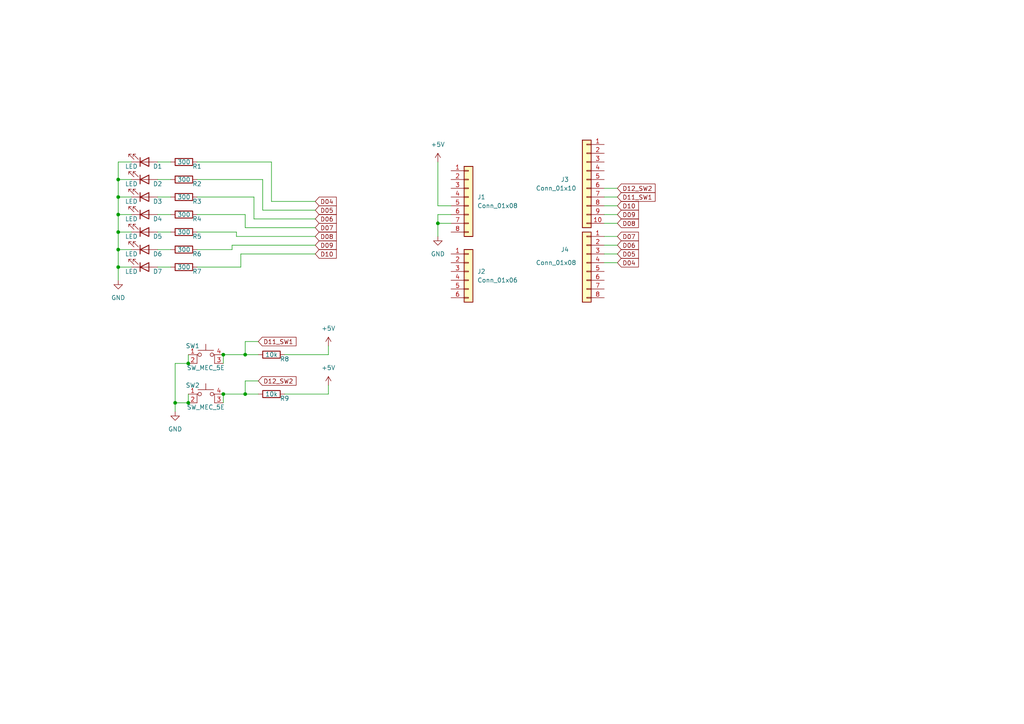
<source format=kicad_sch>
(kicad_sch (version 20211123) (generator eeschema)
  (paper "A4")
  (title_block (title "LED Dice Arduino Shild") (date "2022-08-31") (rev "v01.00.00") (company "WooSong IT"))
  (lib_symbols
    (symbol "Connector_Generic:Conn_01x06" (pin_names (offset 1.016) hide)
      (property "Reference" "J" (at 0 7.62 0))
      (property "Value" "Conn_01x06" (at 0 -10.16 0))
      (symbol "Conn_01x06_1_1"
        (rectangle (start -1.27 -7.493) (end 0 -7.747) (stroke (width 0.1524)))
        (rectangle (start -1.27 -4.953) (end 0 -5.207) (stroke (width 0.1524)))
        (rectangle (start -1.27 -2.413) (end 0 -2.667) (stroke (width 0.1524)))
        (rectangle (start -1.27 0.127) (end 0 -0.127) (stroke (width 0.1524)))
        (rectangle (start -1.27 2.667) (end 0 2.413) (stroke (width 0.1524)))
        (rectangle (start -1.27 5.207) (end 0 4.953) (stroke (width 0.1524)))
        (rectangle (start -1.27 6.35) (end 1.27 -8.89) (stroke (width 0.254)) (fill (type background)))
        (pin passive line (at -5.08 5.08 0) (length 3.81) (name "Pin_1") (number "1"))
        (pin passive line (at -5.08 2.54 0) (length 3.81) (name "Pin_2") (number "2"))
        (pin passive line (at -5.08 0 0) (length 3.81) (name "Pin_3") (number "3"))
        (pin passive line (at -5.08 -2.54 0) (length 3.81) (name "Pin_4") (number "4"))
        (pin passive line (at -5.08 -5.08 0) (length 3.81) (name "Pin_5") (number "5"))
        (pin passive line (at -5.08 -7.62 0) (length 3.81) (name "Pin_6") (number "6"))
      )
    )
    (symbol "Connector_Generic:Conn_01x08" (pin_names (offset 1.016) hide)
      (property "Reference" "J" (at 0 10.16 0))
      (property "Value" "Conn_01x08" (at 0 -12.7 0))
      (symbol "Conn_01x08_1_1"
        (rectangle (start -1.27 -10.033) (end 0 -10.287) (stroke (width 0.1524)))
        (rectangle (start -1.27 -7.493) (end 0 -7.747) (stroke (width 0.1524)))
        (rectangle (start -1.27 -4.953) (end 0 -5.207) (stroke (width 0.1524)))
        (rectangle (start -1.27 -2.413) (end 0 -2.667) (stroke (width 0.1524)))
        (rectangle (start -1.27 0.127) (end 0 -0.127) (stroke (width 0.1524)))
        (rectangle (start -1.27 2.667) (end 0 2.413) (stroke (width 0.1524)))
        (rectangle (start -1.27 5.207) (end 0 4.953) (stroke (width 0.1524)))
        (rectangle (start -1.27 7.747) (end 0 7.493) (stroke (width 0.1524)))
        (rectangle (start -1.27 8.89) (end 1.27 -11.43) (stroke (width 0.254)) (fill (type background)))
        (pin passive line (at -5.08 7.62 0) (length 3.81) (name "Pin_1") (number "1"))
        (pin passive line (at -5.08 5.08 0) (length 3.81) (name "Pin_2") (number "2"))
        (pin passive line (at -5.08 2.54 0) (length 3.81) (name "Pin_3") (number "3"))
        (pin passive line (at -5.08 0 0) (length 3.81) (name "Pin_4") (number "4"))
        (pin passive line (at -5.08 -2.54 0) (length 3.81) (name "Pin_5") (number "5"))
        (pin passive line (at -5.08 -5.08 0) (length 3.81) (name "Pin_6") (number "6"))
        (pin passive line (at -5.08 -7.62 0) (length 3.81) (name "Pin_7") (number "7"))
        (pin passive line (at -5.08 -10.16 0) (length 3.81) (name "Pin_8") (number "8"))
      )
    )
    (symbol "Connector_Generic:Conn_01x10" (pin_names (offset 1.016) hide)
      (property "Reference" "J" (at 0 12.7 0))
      (property "Value" "Conn_01x10" (at 0 -15.24 0))
      (symbol "Conn_01x10_1_1"
        (rectangle (start -1.27 -12.573) (end 0 -12.827) (stroke (width 0.1524)))
        (rectangle (start -1.27 -10.033) (end 0 -10.287) (stroke (width 0.1524)))
        (rectangle (start -1.27 -7.493) (end 0 -7.747) (stroke (width 0.1524)))
        (rectangle (start -1.27 -4.953) (end 0 -5.207) (stroke (width 0.1524)))
        (rectangle (start -1.27 -2.413) (end 0 -2.667) (stroke (width 0.1524)))
        (rectangle (start -1.27 0.127) (end 0 -0.127) (stroke (width 0.1524)))
        (rectangle (start -1.27 2.667) (end 0 2.413) (stroke (width 0.1524)))
        (rectangle (start -1.27 5.207) (end 0 4.953) (stroke (width 0.1524)))
        (rectangle (start -1.27 7.747) (end 0 7.493) (stroke (width 0.1524)))
        (rectangle (start -1.27 10.287) (end 0 10.033) (stroke (width 0.1524)))
        (rectangle (start -1.27 11.43) (end 1.27 -13.97) (stroke (width 0.254)) (fill (type background)))
        (pin passive line (at -5.08 10.16 0) (length 3.81) (name "Pin_1") (number "1"))
        (pin passive line (at -5.08 -12.7 0) (length 3.81) (name "Pin_10") (number "10"))
        (pin passive line (at -5.08 7.62 0) (length 3.81) (name "Pin_2") (number "2"))
        (pin passive line (at -5.08 5.08 0) (length 3.81) (name "Pin_3") (number "3"))
        (pin passive line (at -5.08 2.54 0) (length 3.81) (name "Pin_4") (number "4"))
        (pin passive line (at -5.08 0 0) (length 3.81) (name "Pin_5") (number "5"))
        (pin passive line (at -5.08 -2.54 0) (length 3.81) (name "Pin_6") (number "6"))
        (pin passive line (at -5.08 -5.08 0) (length 3.81) (name "Pin_7") (number "7"))
        (pin passive line (at -5.08 -7.62 0) (length 3.81) (name "Pin_8") (number "8"))
        (pin passive line (at -5.08 -10.16 0) (length 3.81) (name "Pin_9") (number "9"))
      )
    )
    (symbol "Device:LED" (pin_numbers hide) (pin_names (offset 1.016) hide)
      (property "Reference" "D" (at 0 2.54 0))
      (property "Value" "LED" (at 0 -2.54 0))
      (symbol "LED_0_1"
        (polyline (pts (xy -1.27 -1.27) (xy -1.27 1.27)) (stroke (width 0.254)))
        (polyline (pts (xy -1.27 0) (xy 1.27 0)))
        (polyline (pts (xy 1.27 -1.27) (xy 1.27 1.27) (xy -1.27 0) (xy 1.27 -1.27)) (stroke (width 0.254)))
        (polyline (pts (xy -3.048 -0.762) (xy -4.572 -2.286) (xy -3.81 -2.286) (xy -4.572 -2.286) (xy -4.572 -1.524)))
        (polyline (pts (xy -1.778 -0.762) (xy -3.302 -2.286) (xy -2.54 -2.286) (xy -3.302 -2.286) (xy -3.302 -1.524)))
      )
      (symbol "LED_1_1"
        (pin passive line (at -3.81 0 0) (length 2.54) (name "K") (number "1"))
        (pin passive line (at 3.81 0 180) (length 2.54) (name "A") (number "2"))
      )
    )
    (symbol "Device:R" (pin_numbers hide) (pin_names (offset 0))
      (property "Reference" "R" (at 2.032 0 90))
      (property "Value" "R" (at 0 0 90))
      (symbol "R_0_1"
        (rectangle (start -1.016 -2.54) (end 1.016 2.54) (stroke (width 0.254)))
      )
      (symbol "R_1_1"
        (pin passive line (at 0 3.81 270) (length 1.27) (name "~") (number "1"))
        (pin passive line (at 0 -3.81 90) (length 1.27) (name "~") (number "2"))
      )
    )
    (symbol "Switch:SW_MEC_5E" (pin_names (offset 1.016) hide)
      (property "Reference" "SW" (at 0.635 5.715 0))
      (property "Value" "SW_MEC_5E" (at 0 -3.175 0))
      (symbol "SW_MEC_5E_0_1"
        (circle (center -1.778 2.54) (radius 0.508))
        (polyline (pts (xy -2.286 3.81) (xy 2.286 3.81)))
        (polyline (pts (xy 0 3.81) (xy 0 5.588)))
        (polyline (pts (xy -2.54 0) (xy -2.54 2.54) (xy -2.286 2.54)))
        (polyline (pts (xy 2.54 0) (xy 2.54 2.54) (xy 2.286 2.54)))
        (circle (center 1.778 2.54) (radius 0.508))
        (pin passive line (at -5.08 2.54 0) (length 2.54) (name "1") (number "1"))
        (pin passive line (at -5.08 0 0) (length 2.54) (name "2") (number "2"))
        (pin passive line (at 5.08 0 180) (length 2.54) (name "K") (number "3"))
        (pin passive line (at 5.08 2.54 180) (length 2.54) (name "A") (number "4"))
      )
    )
    (symbol "power:+5V" (power) (pin_names (offset 0))
      (property "Value" "+5V" (at 0 3.556 0))
      (symbol "+5V_0_1"
        (polyline (pts (xy -0.762 1.27) (xy 0 2.54)))
        (polyline (pts (xy 0 0) (xy 0 2.54)))
        (polyline (pts (xy 0 2.54) (xy 0.762 1.27)))
      )
      (symbol "+5V_1_1"
        (pin power_in line (at 0 0 90) (length 0) hide (name "+5V") (number "1"))
      )
    )
    (symbol "power:GND" (power) (pin_names (offset 0))
      (property "Value" "GND" (at 0 -3.81 0))
      (symbol "GND_0_1"
        (polyline (pts (xy 0 0) (xy 0 -1.27) (xy 1.27 -1.27) (xy 0 -2.54) (xy -1.27 -1.27) (xy 0 -1.27)))
      )
      (symbol "GND_1_1"
        (pin power_in line (at 0 0 270) (length 0) hide (name "GND") (number "1"))
      )
    )
  )
  (junction (at 34.29 77.47))
  (junction (at 34.29 57.15))
  (junction (at 50.8 116.84))
  (junction (at 34.29 52.07))
  (junction (at 54.61 116.84))
  (junction (at 71.12 114.3))
  (junction (at 64.77 114.3))
  (junction (at 34.29 62.23))
  (junction (at 127 64.77))
  (junction (at 71.12 102.87))
  (junction (at 54.61 105.41))
  (junction (at 34.29 72.39))
  (junction (at 34.29 67.31))
  (junction (at 64.77 102.87))
  (wire (pts (xy 45.72 46.99) (xy 49.53 46.99)))
  (wire (pts (xy 54.61 105.41) (xy 50.8 105.41)))
  (wire (pts (xy 45.72 52.07) (xy 49.53 52.07)))
  (wire (pts (xy 175.26 59.69) (xy 179.07 59.69)))
  (wire (pts (xy 130.81 64.77) (xy 127 64.77)))
  (wire (pts (xy 82.55 102.87) (xy 95.25 102.87)))
  (wire (pts (xy 67.31 72.39) (xy 57.15 72.39)))
  (wire (pts (xy 50.8 105.41) (xy 50.8 116.84)))
  (wire (pts (xy 57.15 77.47) (xy 69.85 77.47)))
  (wire (pts (xy 71.12 102.87) (xy 74.93 102.87)))
  (wire (pts (xy 38.1 52.07) (xy 34.29 52.07)))
  (wire (pts (xy 76.2 60.96) (xy 91.44 60.96)))
  (wire (pts (xy 78.74 58.42) (xy 91.44 58.42)))
  (wire (pts (xy 64.77 102.87) (xy 71.12 102.87)))
  (wire (pts (xy 34.29 72.39) (xy 34.29 77.47)))
  (wire (pts (xy 73.66 63.5) (xy 73.66 57.15)))
  (wire (pts (xy 57.15 67.31) (xy 68.58 67.31)))
  (wire (pts (xy 34.29 62.23) (xy 34.29 67.31)))
  (wire (pts (xy 57.15 62.23) (xy 71.12 62.23)))
  (wire (pts (xy 73.66 57.15) (xy 57.15 57.15)))
  (wire (pts (xy 45.72 67.31) (xy 49.53 67.31)))
  (wire (pts (xy 67.31 71.12) (xy 67.31 72.39)))
  (wire (pts (xy 67.31 71.12) (xy 91.44 71.12)))
  (wire (pts (xy 54.61 102.87) (xy 54.61 105.41)))
  (wire (pts (xy 127 64.77) (xy 127 62.23)))
  (wire (pts (xy 76.2 52.07) (xy 57.15 52.07)))
  (wire (pts (xy 175.26 62.23) (xy 179.07 62.23)))
  (wire (pts (xy 34.29 77.47) (xy 34.29 81.28)))
  (wire (pts (xy 74.93 110.49) (xy 71.12 110.49)))
  (wire (pts (xy 69.85 77.47) (xy 69.85 73.66)))
  (wire (pts (xy 45.72 77.47) (xy 49.53 77.47)))
  (wire (pts (xy 78.74 46.99) (xy 57.15 46.99)))
  (wire (pts (xy 34.29 57.15) (xy 34.29 62.23)))
  (wire (pts (xy 64.77 114.3) (xy 71.12 114.3)))
  (wire (pts (xy 175.26 71.12) (xy 179.07 71.12)))
  (wire (pts (xy 175.26 76.2) (xy 179.07 76.2)))
  (wire (pts (xy 64.77 102.87) (xy 64.77 105.41)))
  (wire (pts (xy 175.26 64.77) (xy 179.07 64.77)))
  (wire (pts (xy 127 62.23) (xy 130.81 62.23)))
  (wire (pts (xy 130.81 59.69) (xy 127 59.69)))
  (wire (pts (xy 71.12 114.3) (xy 74.93 114.3)))
  (wire (pts (xy 54.61 114.3) (xy 54.61 116.84)))
  (wire (pts (xy 34.29 52.07) (xy 34.29 57.15)))
  (wire (pts (xy 76.2 60.96) (xy 76.2 52.07)))
  (wire (pts (xy 78.74 58.42) (xy 78.74 46.99)))
  (wire (pts (xy 50.8 116.84) (xy 50.8 119.38)))
  (wire (pts (xy 95.25 111.76) (xy 95.25 114.3)))
  (wire (pts (xy 71.12 66.04) (xy 91.44 66.04)))
  (wire (pts (xy 38.1 72.39) (xy 34.29 72.39)))
  (wire (pts (xy 71.12 110.49) (xy 71.12 114.3)))
  (wire (pts (xy 38.1 77.47) (xy 34.29 77.47)))
  (wire (pts (xy 175.26 68.58) (xy 179.07 68.58)))
  (wire (pts (xy 127 64.77) (xy 127 68.58)))
  (wire (pts (xy 127 59.69) (xy 127 46.99)))
  (wire (pts (xy 71.12 66.04) (xy 71.12 62.23)))
  (wire (pts (xy 69.85 73.66) (xy 91.44 73.66)))
  (wire (pts (xy 73.66 63.5) (xy 91.44 63.5)))
  (wire (pts (xy 175.26 73.66) (xy 179.07 73.66)))
  (wire (pts (xy 34.29 46.99) (xy 34.29 52.07)))
  (wire (pts (xy 68.58 67.31) (xy 68.58 68.58)))
  (wire (pts (xy 38.1 57.15) (xy 34.29 57.15)))
  (wire (pts (xy 74.93 99.06) (xy 71.12 99.06)))
  (wire (pts (xy 34.29 67.31) (xy 34.29 72.39)))
  (wire (pts (xy 64.77 114.3) (xy 64.77 116.84)))
  (wire (pts (xy 54.61 116.84) (xy 50.8 116.84)))
  (wire (pts (xy 175.26 57.15) (xy 179.07 57.15)))
  (wire (pts (xy 38.1 67.31) (xy 34.29 67.31)))
  (wire (pts (xy 38.1 62.23) (xy 34.29 62.23)))
  (wire (pts (xy 68.58 68.58) (xy 91.44 68.58)))
  (wire (pts (xy 82.55 114.3) (xy 95.25 114.3)))
  (wire (pts (xy 45.72 57.15) (xy 49.53 57.15)))
  (wire (pts (xy 175.26 54.61) (xy 179.07 54.61)))
  (wire (pts (xy 95.25 102.87) (xy 95.25 100.33)))
  (wire (pts (xy 45.72 62.23) (xy 49.53 62.23)))
  (wire (pts (xy 45.72 72.39) (xy 49.53 72.39)))
  (wire (pts (xy 71.12 99.06) (xy 71.12 102.87)))
  (wire (pts (xy 38.1 46.99) (xy 34.29 46.99)))
  (global_label "D04" (shape input) (at 91.44 58.42 0) (property "Intersheet References" "${INTERSHEET_REFS}" (effects hide)))
  (global_label "D07" (shape input) (at 179.07 68.58 0) (property "Intersheet References" "${INTERSHEET_REFS}" (effects hide)))
  (global_label "D09" (shape input) (at 91.44 71.12 0) (property "Intersheet References" "${INTERSHEET_REFS}" (effects hide)))
  (global_label "D05" (shape input) (at 91.44 60.96 0) (property "Intersheet References" "${INTERSHEET_REFS}" (effects hide)))
  (global_label "D11_SW1" (shape input) (at 179.07 57.15 0) (property "Intersheet References" "${INTERSHEET_REFS}" (effects hide)))
  (global_label "D12_SW2" (shape input) (at 74.93 110.49 0) (property "Intersheet References" "${INTERSHEET_REFS}" (effects hide)))
  (global_label "D06" (shape input) (at 179.07 71.12 0) (property "Intersheet References" "${INTERSHEET_REFS}" (effects hide)))
  (global_label "D05" (shape input) (at 179.07 73.66 0) (property "Intersheet References" "${INTERSHEET_REFS}" (effects hide)))
  (global_label "D10" (shape input) (at 91.44 73.66 0) (property "Intersheet References" "${INTERSHEET_REFS}" (effects hide)))
  (global_label "D08" (shape input) (at 91.44 68.58 0) (property "Intersheet References" "${INTERSHEET_REFS}" (effects hide)))
  (global_label "D07" (shape input) (at 91.44 66.04 0) (property "Intersheet References" "${INTERSHEET_REFS}" (effects hide)))
  (global_label "D04" (shape input) (at 179.07 76.2 0) (property "Intersheet References" "${INTERSHEET_REFS}" (effects hide)))
  (global_label "D10" (shape input) (at 179.07 59.69 0) (property "Intersheet References" "${INTERSHEET_REFS}" (effects hide)))
  (global_label "D06" (shape input) (at 91.44 63.5 0) (property "Intersheet References" "${INTERSHEET_REFS}" (effects hide)))
  (global_label "D09" (shape input) (at 179.07 62.23 0) (property "Intersheet References" "${INTERSHEET_REFS}" (effects hide)))
  (global_label "D12_SW2" (shape input) (at 179.07 54.61 0) (property "Intersheet References" "${INTERSHEET_REFS}" (effects hide)))
  (global_label "D08" (shape input) (at 179.07 64.77 0) (property "Intersheet References" "${INTERSHEET_REFS}" (effects hide)))
  (global_label "D11_SW1" (shape input) (at 74.93 99.06 0) (property "Intersheet References" "${INTERSHEET_REFS}" (effects hide)))
  (symbol (lib_id "Device:LED") (at 41.91 57.15 0) (mirror x) (unit 1)
    (property "Reference" "D3" (at 45.72 58.42 0))
    (property "Value" "LED" (at 38.1 58.42 0))
    (property "Footprint" "LED_THT:LED_D5.0mm" (effects hide))
  )
  (symbol (lib_id "Device:R") (at 53.34 46.99 90) (unit 1)
    (property "Reference" "R1" (at 57.15 48.26 90))
    (property "Value" "300" (at 53.34 46.99 90))
    (property "Footprint" "Resistor_THT:R_Axial_DIN0207_L6.3mm_D2.5mm_P7.62mm_Horizontal" (effects hide))
  )
  (symbol (lib_id "power:+5V") (at 127 46.99 0) (unit 1)
    (property "Reference" "#PWR0104" (effects hide))
    (property "Value" "+5V" (at 127 41.91 0))
  )
  (symbol (lib_id "Device:R") (at 53.34 77.47 90) (unit 1)
    (property "Reference" "R7" (at 57.15 78.74 90))
    (property "Value" "300" (at 53.34 77.47 90))
    (property "Footprint" "Resistor_THT:R_Axial_DIN0207_L6.3mm_D2.5mm_P7.62mm_Horizontal" (effects hide))
  )
  (symbol (lib_id "Device:LED") (at 41.91 77.47 0) (mirror x) (unit 1)
    (property "Reference" "D7" (at 45.72 78.74 0))
    (property "Value" "LED" (at 38.1 78.74 0))
    (property "Footprint" "LED_THT:LED_D5.0mm" (effects hide))
  )
  (symbol (lib_id "Device:LED") (at 41.91 67.31 0) (mirror x) (unit 1)
    (property "Reference" "D5" (at 45.72 68.58 0))
    (property "Value" "LED" (at 38.1 68.58 0))
    (property "Footprint" "LED_THT:LED_D5.0mm" (effects hide))
  )
  (symbol (lib_id "Device:LED") (at 41.91 62.23 0) (mirror x) (unit 1)
    (property "Reference" "D4" (at 45.72 63.5 0))
    (property "Value" "LED" (at 38.1 63.5 0))
    (property "Footprint" "LED_THT:LED_D5.0mm" (effects hide))
  )
  (symbol (lib_id "Device:LED") (at 41.91 52.07 0) (mirror x) (unit 1)
    (property "Reference" "D2" (at 45.72 53.34 0))
    (property "Value" "LED" (at 38.1 53.34 0))
    (property "Footprint" "LED_THT:LED_D5.0mm" (effects hide))
  )
  (symbol (lib_id "Device:LED") (at 41.91 72.39 0) (mirror x) (unit 1)
    (property "Reference" "D6" (at 45.72 73.66 0))
    (property "Value" "LED" (at 38.1 73.66 0))
    (property "Footprint" "LED_THT:LED_D5.0mm" (effects hide))
  )
  (symbol (lib_id "power:GND") (at 34.29 81.28 0) (unit 1)
    (property "Reference" "#PWR01" (effects hide))
    (property "Value" "GND" (at 34.29 86.36 0))
  )
  (symbol (lib_id "power:GND") (at 127 68.58 0) (unit 1)
    (property "Reference" "#PWR0101" (effects hide))
    (property "Value" "GND" (at 127 73.66 0))
  )
  (symbol (lib_id "Connector_Generic:Conn_01x10") (at 170.18 52.07 0) (mirror y) (unit 1)
    (property "Reference" "J3" (at 163.83 52.07 0))
    (property "Value" "Conn_01x10" (at 161.29 54.61 0))
    (property "Footprint" "Connector_PinHeader_2.54mm:PinHeader_1x10_P2.54mm_Vertical" (effects hide))
  )
  (symbol (lib_id "Device:R") (at 78.74 102.87 90) (unit 1)
    (property "Reference" "R8" (at 82.55 104.14 90))
    (property "Value" "10k" (at 78.74 102.87 90))
    (property "Footprint" "Resistor_THT:R_Axial_DIN0207_L6.3mm_D2.5mm_P7.62mm_Horizontal" (effects hide))
  )
  (symbol (lib_id "Switch:SW_MEC_5E") (at 59.69 105.41 0) (unit 1)
    (property "Reference" "SW1" (at 55.88 100.33 0))
    (property "Value" "SW_MEC_5E" (at 59.69 106.68 0))
    (property "Footprint" "1_lsk:Tact_Switch_ITS-1105" (effects hide))
    (property "Datasheet" "http://www.apem.com/int/index.php?controller=attachment&id_attachment=1371" (effects hide))
  )
  (symbol (lib_id "Connector_Generic:Conn_01x06") (at 135.89 78.74 0) (unit 1)
    (property "Reference" "J2" (at 138.43 78.7399 0) (effects (justify left)))
    (property "Value" "Conn_01x06" (at 138.43 81.2799 0) (effects (justify left)))
    (property "Footprint" "Connector_PinHeader_2.54mm:PinHeader_1x06_P2.54mm_Vertical" (effects hide))
  )
  (symbol (lib_id "power:+5V") (at 95.25 111.76 0) (unit 1)
    (property "Reference" "#PWR04" (effects hide))
    (property "Value" "+5V" (at 95.25 106.68 0))
  )
  (symbol (lib_id "Connector_Generic:Conn_01x08") (at 170.18 76.2 0) (mirror y) (unit 1)
    (property "Reference" "J4" (at 163.83 72.39 0))
    (property "Value" "Conn_01x08" (at 161.29 76.2 0))
    (property "Footprint" "Connector_PinHeader_2.54mm:PinHeader_1x08_P2.54mm_Vertical" (effects hide))
  )
  (symbol (lib_id "Device:R") (at 53.34 62.23 90) (unit 1)
    (property "Reference" "R4" (at 57.15 63.5 90))
    (property "Value" "300" (at 53.34 62.23 90))
    (property "Footprint" "Resistor_THT:R_Axial_DIN0207_L6.3mm_D2.5mm_P7.62mm_Horizontal" (effects hide))
  )
  (symbol (lib_id "Device:R") (at 53.34 72.39 90) (unit 1)
    (property "Reference" "R6" (at 57.15 73.66 90))
    (property "Value" "300" (at 53.34 72.39 90))
    (property "Footprint" "Resistor_THT:R_Axial_DIN0207_L6.3mm_D2.5mm_P7.62mm_Horizontal" (effects hide))
  )
  (symbol (lib_id "power:GND") (at 50.8 119.38 0) (unit 1)
    (property "Reference" "#PWR02" (effects hide))
    (property "Value" "GND" (at 50.8 124.46 0))
  )
  (symbol (lib_id "Switch:SW_MEC_5E") (at 59.69 116.84 0) (unit 1)
    (property "Reference" "SW2" (at 55.88 111.76 0))
    (property "Value" "SW_MEC_5E" (at 59.69 118.11 0))
    (property "Footprint" "1_lsk:Tact_Switch_ITS-1105" (effects hide))
    (property "Datasheet" "http://www.apem.com/int/index.php?controller=attachment&id_attachment=1371" (effects hide))
  )
  (symbol (lib_id "Connector_Generic:Conn_01x08") (at 135.89 57.15 0) (unit 1)
    (property "Reference" "J1" (at 138.43 57.1499 0) (effects (justify left)))
    (property "Value" "Conn_01x08" (at 138.43 59.6899 0) (effects (justify left)))
    (property "Footprint" "Connector_PinHeader_2.54mm:PinHeader_1x08_P2.54mm_Vertical" (effects hide))
  )
  (symbol (lib_id "Device:R") (at 78.74 114.3 90) (unit 1)
    (property "Reference" "R9" (at 82.55 115.57 90))
    (property "Value" "10k" (at 78.74 114.3 90))
    (property "Footprint" "Resistor_THT:R_Axial_DIN0207_L6.3mm_D2.5mm_P7.62mm_Horizontal" (effects hide))
  )
  (symbol (lib_id "Device:R") (at 53.34 57.15 90) (unit 1)
    (property "Reference" "R3" (at 57.15 58.42 90))
    (property "Value" "300" (at 53.34 57.15 90))
    (property "Footprint" "Resistor_THT:R_Axial_DIN0207_L6.3mm_D2.5mm_P7.62mm_Horizontal" (effects hide))
  )
  (symbol (lib_id "power:+5V") (at 95.25 100.33 0) (unit 1)
    (property "Reference" "#PWR03" (effects hide))
    (property "Value" "+5V" (at 95.25 95.25 0))
  )
  (symbol (lib_id "Device:LED") (at 41.91 46.99 0) (mirror x) (unit 1)
    (property "Reference" "D1" (at 45.72 48.26 0))
    (property "Value" "LED" (at 38.1 48.26 0))
    (property "Footprint" "LED_THT:LED_D5.0mm" (effects hide))
  )
  (symbol (lib_id "Device:R") (at 53.34 67.31 90) (unit 1)
    (property "Reference" "R5" (at 57.15 68.58 90))
    (property "Value" "300" (at 53.34 67.31 90))
    (property "Footprint" "Resistor_THT:R_Axial_DIN0207_L6.3mm_D2.5mm_P7.62mm_Horizontal" (effects hide))
  )
  (symbol (lib_id "Device:R") (at 53.34 52.07 90) (unit 1)
    (property "Reference" "R2" (at 57.15 53.34 90))
    (property "Value" "300" (at 53.34 52.07 90))
    (property "Footprint" "Resistor_THT:R_Axial_DIN0207_L6.3mm_D2.5mm_P7.62mm_Horizontal" (effects hide))
  )
)
</source>
